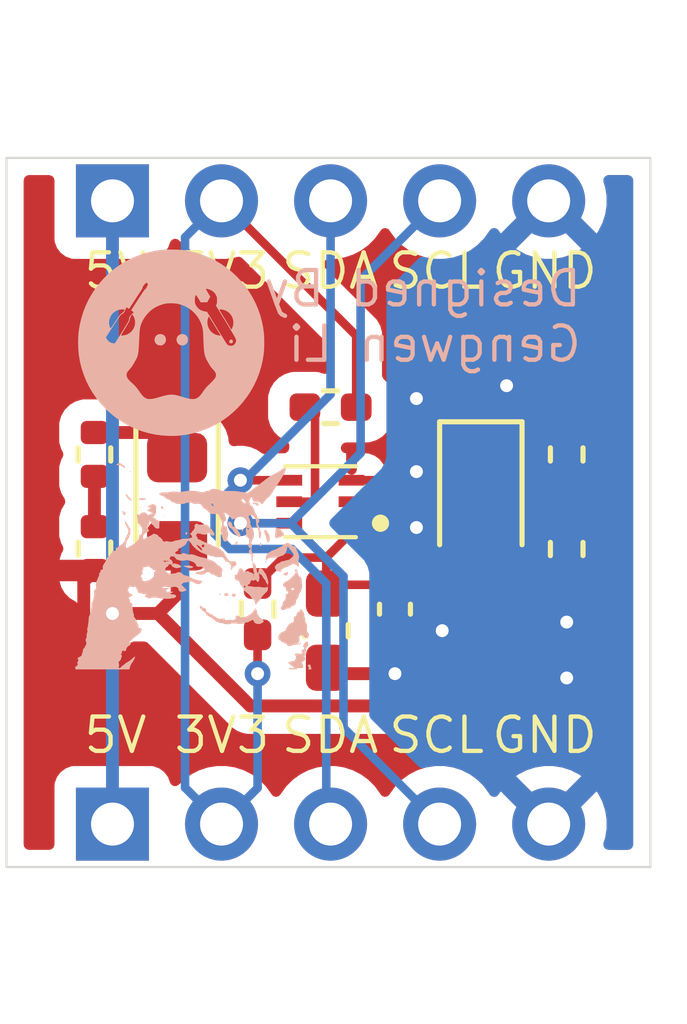
<source format=kicad_pcb>
(kicad_pcb (version 20241229) (generator "pcbnew") (generator_version "9.0")
  (layers (0 "F.Cu" mixed) (2 "B.Cu" signal) (13 "F.Paste" user) (15 "B.Paste" user) (5 "F.SilkS" user "F.Silkscreen") (7 "B.SilkS" user "B.Silkscreen") (1 "F.Mask" user) (3 "B.Mask" user) (25 "Edge.Cuts" user))
  (net 0 "")
  (net 1 "+3.3V")
  (net 2 "/scl")
  (net 3 "GND")
  (net 4 "+5V")
  (net 5 "/sda")
  (net 6 "Net-(IC2-VDD)")
  (net 7 "Net-(IC2-~{INT})")
  (net 9 "Net-(D1-K)")
  (net 10 "Net-(D2-K)")
  (net 11 "Net-(R17-Pad2)")
  (net 12 "Net-(R18-Pad2)")
  (footprint "Capacitor_SMD:C_0402_1005Metric_Pad0.74x0.62mm_HandSolder" (layer "F.Cu") (at 109.7 114.6 -90)
    (property "Reference" "C5" (hide yes))
    (property "Value" "0.1u")
    (pad "1" smd roundrect (at -0.5675 0 270) (size 0.735 0.62) (layers "F.Cu" "F.Mask" "F.Paste") (net 6 "Net-(IC2-VDD)"))
    (pad "2" smd roundrect (at 0.5675 0 270) (size 0.735 0.62) (layers "F.Cu" "F.Mask" "F.Paste") (net 3 "GND"))
  )
  (footprint "Resistor_SMD:R_0402_1005Metric_Pad0.72x0.64mm_HandSolder" (layer "F.Cu") (at 106.5 114.6 -90)
    (property "Reference" "R15" (hide yes))
    (property "Value" "100")
    (pad "1" smd roundrect (at -0.5975 0 270) (size 0.715 0.64) (layers "F.Cu" "F.Mask" "F.Paste") (net 6 "Net-(IC2-VDD)"))
    (pad "2" smd roundrect (at 0.5975 0 270) (size 0.715 0.64) (layers "F.Cu" "F.Mask" "F.Paste") (net 1 "+3.3V"))
  )
  (footprint "Capacitor_SMD:C_0603_1608Metric_Pad1.08x0.95mm_HandSolder" (layer "F.Cu") (at 108.1 115.1 -90)
    (property "Reference" "C4" (hide yes))
    (property "Value" "1u")
    (pad "1" smd roundrect (at -0.8625 0 270) (size 1.075 0.95) (layers "F.Cu" "F.Mask" "F.Paste") (net 6 "Net-(IC2-VDD)"))
    (pad "2" smd roundrect (at 0.8625 0 270) (size 1.075 0.95) (layers "F.Cu" "F.Mask" "F.Paste") (net 3 "GND"))
  )
  (footprint "Resistor_SMD:R_0402_1005Metric_Pad0.72x0.64mm_HandSolder" (layer "F.Cu") (at 108.2 109.9 180)
    (property "Reference" "R16" (hide yes))
    (property "Value" "4.7k")
    (pad "1" smd roundrect (at -0.5975 0 180) (size 0.715 0.64) (layers "F.Cu" "F.Mask" "F.Paste") (net 1 "+3.3V"))
    (pad "2" smd roundrect (at 0.5975 0 180) (size 0.715 0.64) (layers "F.Cu" "F.Mask" "F.Paste") (net 7 "Net-(IC2-~{INT})"))
  )
  (footprint "Resistor_SMD:R_0402_1005Metric" (layer "F.Cu") (at 113.7 113.2 -90)
    (property "Reference" "R30" (hide yes))
    (property "Value" "120")
    (pad "1" smd roundrect (at -0.51 0 270) (size 0.54 0.64) (layers "F.Cu" "F.Mask" "F.Paste") (net 11 "Net-(R17-Pad2)"))
    (pad "2" smd roundrect (at 0.51 0 270) (size 0.54 0.64) (layers "F.Cu" "F.Mask" "F.Paste") (net 3 "GND"))
  )
  (footprint "Connector_PinHeader_2.54mm:PinHeader_1x05_P2.54mm_Vertical" (layer "F.Cu") (at 103.12 105.1 90)
    (property "Reference" "J4" (hide yes))
    (property "Value" "Conn_01x05")
    (pad "1" thru_hole rect (at 0 0 90) (size 1.7 1.7) (drill 1) (layers "*.Cu" "*.Mask") (net 4 "+5V"))
    (pad "2" thru_hole circle (at 0 2.54 90) (size 1.7 1.7) (drill 1) (layers "*.Cu" "*.Mask") (net 1 "+3.3V"))
    (pad "3" thru_hole circle (at 0 5.08 90) (size 1.7 1.7) (drill 1) (layers "*.Cu" "*.Mask") (net 5 "/sda"))
    (pad "4" thru_hole circle (at 0 7.62 90) (size 1.7 1.7) (drill 1) (layers "*.Cu" "*.Mask") (net 2 "/scl"))
    (pad "5" thru_hole circle (at 0 10.16 90) (size 1.7 1.7) (drill 1) (layers "*.Cu" "*.Mask") (net 3 "GND"))
  )
  (footprint "Connector_PinHeader_2.54mm:PinHeader_1x05_P2.54mm_Vertical" (layer "F.Cu") (at 103.12 119.6 90)
    (property "Reference" "J4" (hide yes))
    (property "Value" "Conn_01x05")
    (pad "1" thru_hole rect (at 0 0 90) (size 1.7 1.7) (drill 1) (layers "*.Cu" "*.Mask") (net 4 "+5V"))
    (pad "2" thru_hole circle (at 0 2.54 90) (size 1.7 1.7) (drill 1) (layers "*.Cu" "*.Mask") (net 1 "+3.3V"))
    (pad "3" thru_hole circle (at 0 5.08 90) (size 1.7 1.7) (drill 1) (layers "*.Cu" "*.Mask") (net 5 "/sda"))
    (pad "4" thru_hole circle (at 0 7.62 90) (size 1.7 1.7) (drill 1) (layers "*.Cu" "*.Mask") (net 2 "/scl"))
    (pad "5" thru_hole circle (at 0 10.16 90) (size 1.7 1.7) (drill 1) (layers "*.Cu" "*.Mask") (net 3 "GND"))
  )
  (footprint "Resistor_SMD:R_0402_1005Metric" (layer "F.Cu") (at 102.7 111 -90)
    (property "Reference" "R18" (hide yes))
    (property "Value" "120")
    (pad "1" smd roundrect (at -0.51 0 270) (size 0.54 0.64) (layers "F.Cu" "F.Mask" "F.Paste") (net 10 "Net-(D2-K)"))
    (pad "2" smd roundrect (at 0.51 0 270) (size 0.54 0.64) (layers "F.Cu" "F.Mask" "F.Paste") (net 12 "Net-(R18-Pad2)"))
  )
  (footprint "ISL29125:ISL29125IROZT7" (layer "F.Cu") (at 107.9625 112.1 180)
    (property "Reference" "IC2" (hide yes))
    (property "Value" "ISL29125IROZ-T7" (hide yes))
    (pad "1" smd rect (at -0.65 -0.5 270) (size 0.25 0.75) (layers "F.Cu" "F.Mask" "F.Paste") (net 6 "Net-(IC2-VDD)"))
    (pad "2" smd rect (at -0.725 0 270) (size 0.25 0.6) (layers "F.Cu" "F.Mask" "F.Paste"))
    (pad "3" smd rect (at -0.725 0.5 270) (size 0.25 0.6) (layers "F.Cu" "F.Mask" "F.Paste") (net 3 "GND"))
    (pad "4" smd rect (at 0.725 0.5 270) (size 0.25 0.6) (layers "F.Cu" "F.Mask" "F.Paste") (net 5 "/sda"))
    (pad "5" smd rect (at 0.725 0 270) (size 0.25 0.6) (layers "F.Cu" "F.Mask" "F.Paste") (net 7 "Net-(IC2-~{INT})"))
    (pad "6" smd rect (at 0.725 -0.5 270) (size 0.25 0.6) (layers "F.Cu" "F.Mask" "F.Paste") (net 2 "/scl"))
  )
  (footprint "Resistor_SMD:R_0402_1005Metric" (layer "F.Cu") (at 102.7 113.19 -90)
    (property "Reference" "R32" (hide yes))
    (property "Value" "120" (hide yes))
    (pad "1" smd roundrect (at -0.51 0 270) (size 0.54 0.64) (layers "F.Cu" "F.Mask" "F.Paste") (net 12 "Net-(R18-Pad2)"))
    (pad "2" smd roundrect (at 0.51 0 270) (size 0.54 0.64) (layers "F.Cu" "F.Mask" "F.Paste") (net 3 "GND"))
  )
  (footprint "Resistor_SMD:R_0402_1005Metric" (layer "F.Cu") (at 113.7 111 -90)
    (property "Reference" "R17" (hide yes))
    (property "Value" "120")
    (pad "1" smd roundrect (at -0.51 0 270) (size 0.54 0.64) (layers "F.Cu" "F.Mask" "F.Paste") (net 9 "Net-(D1-K)"))
    (pad "2" smd roundrect (at 0.51 0 270) (size 0.54 0.64) (layers "F.Cu" "F.Mask" "F.Paste") (net 11 "Net-(R17-Pad2)"))
  )
  (footprint "LED_SMD:LED_0805_2012Metric_Pad1.15x1.40mm_HandSolder" (layer "F.Cu") (at 111.7 112.1 -90)
    (property "Reference" "D1" (hide yes))
    (property "Value" "WHITE")
    (pad "1" smd roundrect (at -1.025 0 270) (size 1.15 1.4) (layers "F.Cu" "F.Mask" "F.Paste") (roundrect_rratio 0.217391) (net 9 "Net-(D1-K)"))
    (pad "2" smd roundrect (at 1.025 0 270) (size 1.15 1.4) (layers "F.Cu" "F.Mask" "F.Paste") (roundrect_rratio 0.217391) (net 4 "+5V"))
  )
  (footprint "LED_SMD:LED_0805_2012Metric_Pad1.15x1.40mm_HandSolder" (layer "F.Cu") (at 104.625 112.1 -90)
    (property "Reference" "D2" (hide yes))
    (property "Value" "WHITE" (hide yes))
    (pad "1" smd roundrect (at -1.025 0 270) (size 1.15 1.4) (layers "F.Cu" "F.Mask" "F.Paste") (roundrect_rratio 0.217391) (net 10 "Net-(D2-K)"))
    (pad "2" smd roundrect (at 1.025 0 270) (size 1.15 1.4) (layers "F.Cu" "F.Mask" "F.Paste") (roundrect_rratio 0.217391) (net 4 "+5V"))
  )
  (footprint "LOGO" (layer "B.Cu") (at 104.5 108.4 180)
    (property "Reference" "G***" (hide yes))
    (property "Value" "LOGO" (hide yes))
  )
  (footprint "LOGO" (layer "B.Cu") (at 105.198384 113.496251 180)
    (property "Reference" "G***" (hide yes))
    (property "Value" "LOGO" (hide yes))
  )
  (gr_rect (start 100.65 104.1) (end 115.65 120.6) (stroke (width 0.05)) (fill no) (layer "Edge.Cuts"))
  (gr_text "3V3" (at 104.5 118 0) (layer "F.SilkS") (effects (font (size 0.8 0.8) (thickness 0.1) (bold yes)) (justify left bottom)))
  (gr_text "GND\n" (at 111.9 118 0) (layer "F.SilkS") (effects (font (size 0.8 0.8) (thickness 0.1) (bold yes)) (justify left bottom)))
  (gr_text "5V" (at 102.4 107.2 0) (layer "F.SilkS") (effects (font (size 0.8 0.8) (thickness 0.1) (bold yes)) (justify left bottom)))
  (gr_text "SCL\n" (at 109.5 107.2 0) (layer "F.SilkS") (effects (font (size 0.8 0.8) (thickness 0.1) (bold yes)) (justify left bottom)))
  (gr_text "5V" (at 102.4 118 0) (layer "F.SilkS") (effects (font (size 0.8 0.8) (thickness 0.1) (bold yes)) (justify left bottom)))
  (gr_text "SCL\n" (at 109.5 118 0) (layer "F.SilkS") (effects (font (size 0.8 0.8) (thickness 0.1) (bold yes)) (justify left bottom)))
  (gr_text "3V3" (at 104.5 107.2 0) (layer "F.SilkS") (effects (font (size 0.8 0.8) (thickness 0.1) (bold yes)) (justify left bottom)))
  (gr_text "SDA" (at 107 118 0) (layer "F.SilkS") (effects (font (size 0.8 0.8) (thickness 0.1) (bold yes)) (justify left bottom)))
  (gr_text "GND\n" (at 111.9 107.2 0) (layer "F.SilkS") (effects (font (size 0.8 0.8) (thickness 0.1) (bold yes)) (justify left bottom)))
  (gr_text "SDA" (at 107 107.2 0) (layer "F.SilkS") (effects (font (size 0.8 0.8) (thickness 0.1) (bold yes)) (justify left bottom)))
  (gr_text "Designed By\nGengwen Li" (at 114.1 108.9 0) (layer "B.SilkS") (effects (font (size 0.8 0.8) (thickness 0.1) (bold yes)) (justify left bottom mirror)))
  (segment (start 106.5 115.1975) (end 106.5 116.1) (width 0.2) (layer "F.Cu") (net 1))
  (segment (start 105.66 105.1) (end 108.7975 108.2375) (width 0.2) (layer "F.Cu") (net 1))
  (segment (start 108.7975 108.2375) (end 108.7975 109.9) (width 0.2) (layer "F.Cu") (net 1))
  (via (at 106.5 116.1) (size 0.6) (drill 0.3) (layers "F.Cu" "B.Cu") (net 1))
  (segment (start 104.81 118.75) (end 105.66 119.6) (width 0.2) (layer "B.Cu") (net 1))
  (segment (start 104.81 105.95) (end 104.81 118.75) (width 0.2) (layer "B.Cu") (net 1))
  (segment (start 106.5 118.76) (end 105.66 119.6) (width 0.2) (layer "B.Cu") (net 1))
  (segment (start 105.66 105.1) (end 104.81 105.95) (width 0.2) (layer "B.Cu") (net 1))
  (segment (start 106.5 116.1) (end 106.5 118.76) (width 0.2) (layer "B.Cu") (net 1))
  (segment (start 107.2375 112.6) (end 106.1 112.6) (width 0.2) (layer "F.Cu") (net 2))
  (via (at 106.1 112.6) (size 0.6) (drill 0.3) (layers "F.Cu" "B.Cu") (net 2))
  (segment (start 108.501 113.8339) (end 108.501 117.361) (width 0.2) (layer "B.Cu") (net 2))
  (segment (start 108.9 110.9671) (end 108.9 106.94) (width 0.2) (layer "B.Cu") (net 2))
  (segment (start 108.9 106.94) (end 110.74 105.1) (width 0.2) (layer "B.Cu") (net 2))
  (segment (start 106.1 112.6) (end 107 112.6) (width 0.2) (layer "B.Cu") (net 2))
  (segment (start 107.2671 112.6) (end 108.501 113.8339) (width 0.2) (layer "B.Cu") (net 2))
  (segment (start 107.2671 112.6) (end 108.9 110.9671) (width 0.2) (layer "B.Cu") (net 2))
  (segment (start 107.2671 112.6) (end 107 112.6) (width 0.2) (layer "B.Cu") (net 2))
  (segment (start 108.501 117.361) (end 110.74 119.6) (width 0.2) (layer "B.Cu") (net 2))
  (segment (start 108.6875 111.6) (end 110 111.6) (width 0.2) (layer "F.Cu") (net 3))
  (segment (start 108.2375 116.1) (end 108.1 115.9625) (width 0.3) (layer "F.Cu") (net 3))
  (segment (start 109.7 116.1) (end 108.2375 116.1) (width 0.3) (layer "F.Cu") (net 3))
  (segment (start 110 111.6) (end 110.2 111.4) (width 0.2) (layer "F.Cu") (net 3))
  (segment (start 102.7 113.7) (end 102.451 113.949) (width 0.3) (layer "F.Cu") (net 3))
  (segment (start 102.451 113.949) (end 102.451 115.7) (width 0.3) (layer "F.Cu") (net 3))
  (via (at 112.3 109.4) (size 0.6) (drill 0.3) (layers "F.Cu" "B.Cu") (net 3))
  (via (at 109.7 116.1) (size 0.6) (drill 0.3) (layers "F.Cu" "B.Cu") (net 3))
  (via (at 113.7 114.9) (size 0.6) (drill 0.3) (layers "F.Cu" "B.Cu") (net 3))
  (via (at 113.7 116.2) (size 0.6) (drill 0.3) (layers "F.Cu" "B.Cu") (net 3))
  (via (at 110.2 112.7) (size 0.6) (drill 0.3) (layers "F.Cu" "B.Cu") (net 3))
  (via (at 110.8 115.1) (size 0.6) (drill 0.3) (layers "F.Cu" "B.Cu") (net 3))
  (via (at 110.2 111.4) (size 0.6) (drill 0.3) (layers "F.Cu" "B.Cu") (net 3))
  (via (at 110.2 109.7) (size 0.6) (drill 0.3) (layers "F.Cu" "B.Cu") (net 3))
  (segment (start 111.7 115.7) (end 111.7 113.125) (width 0.3) (layer "F.Cu") (net 4))
  (segment (start 103.12 114.7) (end 104.179346 114.7) (width 0.3) (layer "F.Cu") (net 4))
  (segment (start 104.625 114.254346) (end 104.179346 114.7) (width 0.3) (layer "F.Cu") (net 4))
  (segment (start 106.330346 116.851) (end 110.549 116.851) (width 0.3) (layer "F.Cu") (net 4))
  (segment (start 103.12 119.1) (end 103.12 119.08) (width 0.3) (layer "F.Cu") (net 4))
  (segment (start 104.179346 114.7) (end 106.330346 116.851) (width 0.3) (layer "F.Cu") (net 4))
  (segment (start 110.549 116.851) (end 111.7 115.7) (width 0.3) (layer "F.Cu") (net 4))
  (segment (start 104.625 113.125) (end 104.625 114.254346) (width 0.3) (layer "F.Cu") (net 4))
  (via (at 103.12 114.7) (size 0.6) (drill 0.3) (layers "F.Cu" "B.Cu") (net 4))
  (segment (start 103.12 105.1) (end 103.12 114.7) (width 0.3) (layer "B.Cu") (net 4))
  (segment (start 103.12 114.7) (end 103.12 119.6) (width 0.3) (layer "B.Cu") (net 4))
  (segment (start 107.2375 111.6) (end 106.1 111.6) (width 0.2) (layer "F.Cu") (net 5))
  (via (at 106.1 111.6) (size 0.6) (drill 0.3) (layers "F.Cu" "B.Cu") (net 5))
  (segment (start 108.1 114) (end 108.1 119.5) (width 0.2) (layer "B.Cu") (net 5))
  (segment (start 106.2 111.6) (end 106.1 111.6) (width 0.2) (layer "B.Cu") (net 5))
  (segment (start 108.1 119.5) (end 108.2 119.6) (width 0.2) (layer "B.Cu") (net 5))
  (segment (start 105.850057 113.2) (end 107.3 113.2) (width 0.2) (layer "B.Cu") (net 5))
  (segment (start 105.499 112.201) (end 105.499 112.848943) (width 0.2) (layer "B.Cu") (net 5))
  (segment (start 105.499 112.848943) (end 105.850057 113.2) (width 0.2) (layer "B.Cu") (net 5))
  (segment (start 108.1 119) (end 108.2 119.1) (width 0.2) (layer "B.Cu") (net 5))
  (segment (start 107.3 113.2) (end 108.1 114) (width 0.2) (layer "B.Cu") (net 5))
  (segment (start 108.2 109.6) (end 106.2 111.6) (width 0.2) (layer "B.Cu") (net 5))
  (segment (start 106.1 111.6) (end 105.499 112.201) (width 0.2) (layer "B.Cu") (net 5))
  (segment (start 108.2 105.1) (end 108.2 109.6) (width 0.2) (layer "B.Cu") (net 5))
  (segment (start 108.6125 112.6) (end 108.6125 112.8875) (width 0.2) (layer "F.Cu") (net 6))
  (segment (start 108.1 113.4) (end 108.1 114.2375) (width 0.2) (layer "F.Cu") (net 6))
  (segment (start 108.6125 112.8875) (end 108.1 113.4) (width 0.2) (layer "F.Cu") (net 6))
  (segment (start 106.5 114) (end 106.5 114.0025) (width 0.2) (layer "F.Cu") (net 6))
  (segment (start 107.1 113.4) (end 106.5 114) (width 0.2) (layer "F.Cu") (net 6))
  (segment (start 109.7 114.0325) (end 108.305 114.0325) (width 0.2) (layer "F.Cu") (net 6))
  (segment (start 108.305 114.0325) (end 108.1 114.2375) (width 0.2) (layer "F.Cu") (net 6))
  (segment (start 108.1 113.4) (end 107.1 113.4) (width 0.2) (layer "F.Cu") (net 6))
  (segment (start 107.7645 112.1) (end 107.8385 112.026) (width 0.2) (layer "F.Cu") (net 7))
  (segment (start 107.2375 112.1) (end 107.7645 112.1) (width 0.2) (layer "F.Cu") (net 7))
  (segment (start 107.8385 110.136) (end 107.6025 109.9) (width 0.2) (layer "F.Cu") (net 7))
  (segment (start 107.8385 112.026) (end 107.8385 110.136) (width 0.2) (layer "F.Cu") (net 7))
  (segment (start 111.7 111.075) (end 112.025 111.075) (width 0.2) (layer "F.Cu") (net 9))
  (segment (start 112.285 110.49) (end 111.7 111.075) (width 0.3) (layer "F.Cu") (net 9))
  (segment (start 113.7 110.49) (end 112.285 110.49) (width 0.3) (layer "F.Cu") (net 9))
  (segment (start 102.7 110.49) (end 104.04 110.49) (width 0.3) (layer "F.Cu") (net 10))
  (segment (start 104.625 111.075) (end 104.175 111.075) (width 0.2) (layer "F.Cu") (net 10))
  (segment (start 104.04 110.49) (end 104.625 111.075) (width 0.3) (layer "F.Cu") (net 10))
  (segment (start 113.7 111.51) (end 113.7 112.69) (width 0.3) (layer "F.Cu") (net 11))
  (segment (start 102.7 112.68) (end 102.7 111.51) (width 0.3) (layer "F.Cu") (net 12))
  (zone (net 3) (net_name "GND") (layers "F.Cu" "B.Cu") (priority 1) (connect_pads (clearance 0.5)) (min_thickness 0.25) (fill yes (thermal_gap 0.5) (thermal_bridge_width 0.5))
    (polygon (pts (xy 100.5 103.65) (xy 116.25 103.65) (xy 116.25 120.9) (xy 100.5 120.9)))
  )
)
</source>
